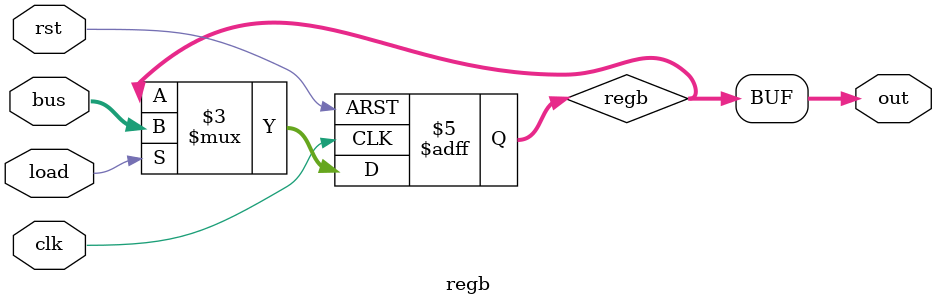
<source format=v>

module regb(
    input clk, rst, load,
    input [7:0] bus,
    output [7:0] out
);

reg [7:0] regb;

initial begin
  regb = 0;
end

always@(posedge clk or posedge rst) begin
    if(rst) begin
        regb <= 0;
    end
    else if(load) begin
        regb <= bus;
    end
end

assign out = regb;

endmodule
</source>
